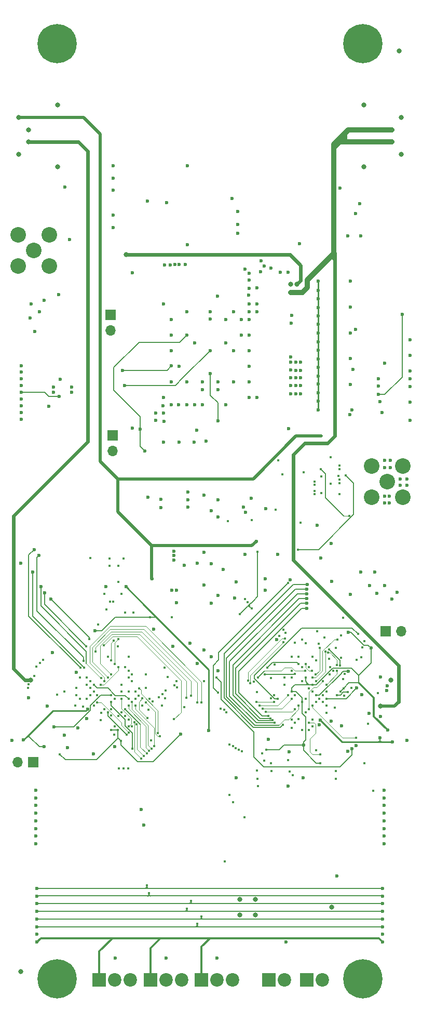
<source format=gbr>
%TF.GenerationSoftware,KiCad,Pcbnew,5.1.9-73d0e3b20d~88~ubuntu20.04.1*%
%TF.CreationDate,2021-04-18T22:57:39-05:00*%
%TF.ProjectId,FCB,4643422e-6b69-4636-9164-5f7063625858,rev?*%
%TF.SameCoordinates,Original*%
%TF.FileFunction,Copper,L3,Inr*%
%TF.FilePolarity,Positive*%
%FSLAX46Y46*%
G04 Gerber Fmt 4.6, Leading zero omitted, Abs format (unit mm)*
G04 Created by KiCad (PCBNEW 5.1.9-73d0e3b20d~88~ubuntu20.04.1) date 2021-04-18 22:57:39*
%MOMM*%
%LPD*%
G01*
G04 APERTURE LIST*
%TA.AperFunction,ComponentPad*%
%ADD10O,1.700000X1.700000*%
%TD*%
%TA.AperFunction,ComponentPad*%
%ADD11R,1.700000X1.700000*%
%TD*%
%TA.AperFunction,ComponentPad*%
%ADD12R,2.200000X2.200000*%
%TD*%
%TA.AperFunction,ComponentPad*%
%ADD13C,2.200000*%
%TD*%
%TA.AperFunction,ComponentPad*%
%ADD14C,2.540000*%
%TD*%
%TA.AperFunction,ComponentPad*%
%ADD15C,0.800000*%
%TD*%
%TA.AperFunction,ComponentPad*%
%ADD16C,6.400000*%
%TD*%
%TA.AperFunction,ViaPad*%
%ADD17C,0.600000*%
%TD*%
%TA.AperFunction,ViaPad*%
%ADD18C,0.800000*%
%TD*%
%TA.AperFunction,ViaPad*%
%ADD19C,0.400000*%
%TD*%
%TA.AperFunction,Conductor*%
%ADD20C,0.250000*%
%TD*%
%TA.AperFunction,Conductor*%
%ADD21C,0.150000*%
%TD*%
%TA.AperFunction,Conductor*%
%ADD22C,0.200000*%
%TD*%
%TA.AperFunction,Conductor*%
%ADD23C,0.600000*%
%TD*%
%TA.AperFunction,Conductor*%
%ADD24C,0.120000*%
%TD*%
%TA.AperFunction,Conductor*%
%ADD25C,0.500000*%
%TD*%
%TA.AperFunction,Conductor*%
%ADD26C,0.850000*%
%TD*%
%TA.AperFunction,Conductor*%
%ADD27C,0.300000*%
%TD*%
G04 APERTURE END LIST*
D10*
%TO.N,Net-(J6-Pad2)*%
%TO.C,J6*%
X188720000Y-116720000D03*
D11*
%TO.N,GND*%
X188720000Y-114180000D03*
%TD*%
D10*
%TO.N,Net-(J4-Pad2)*%
%TO.C,J4*%
X189030000Y-136380000D03*
D11*
%TO.N,Net-(J4-Pad1)*%
X189030000Y-133840000D03*
%TD*%
D10*
%TO.N,GND*%
%TO.C,J506*%
X173560000Y-187040000D03*
D11*
%TO.N,Net-(J506-Pad1)*%
X176100000Y-187040000D03*
%TD*%
D12*
%TO.N,Net-(D102-Pad1)*%
%TO.C,J111*%
X220670000Y-222570000D03*
D13*
%TO.N,GND*%
X223210000Y-222570000D03*
%TD*%
D12*
%TO.N,Net-(D102-Pad1)*%
%TO.C,J110*%
X214500000Y-222570000D03*
D13*
%TO.N,Net-(D101-Pad1)*%
X217040000Y-222570000D03*
%TD*%
D12*
%TO.N,/9V_PT_SUPPLY*%
%TO.C,J109*%
X203500000Y-222570000D03*
D13*
%TO.N,/PT3*%
X206040000Y-222570000D03*
%TO.N,GND*%
X208580000Y-222570000D03*
%TD*%
D12*
%TO.N,/9V_PT_SUPPLY*%
%TO.C,J108*%
X195200000Y-222570000D03*
D13*
%TO.N,/PT2*%
X197740000Y-222570000D03*
%TO.N,GND*%
X200280000Y-222570000D03*
%TD*%
D12*
%TO.N,/9V_PT_SUPPLY*%
%TO.C,J107*%
X186870000Y-222570000D03*
D13*
%TO.N,/PT1*%
X189410000Y-222570000D03*
%TO.N,GND*%
X191950000Y-222570000D03*
%TD*%
D14*
%TO.N,Net-(U106-Pad9)*%
%TO.C,X101*%
X176200000Y-103700000D03*
%TO.N,GND*%
X173660000Y-106240000D03*
X178740000Y-106240000D03*
X178740000Y-101160000D03*
X173660000Y-101160000D03*
%TD*%
D10*
%TO.N,GND*%
%TO.C,J306*%
X236130000Y-165750000D03*
D11*
%TO.N,Net-(J306-Pad1)*%
X233590000Y-165750000D03*
%TD*%
D14*
%TO.N,Net-(FB601-Pad1)*%
%TO.C,X601*%
X233800000Y-141360000D03*
%TO.N,GND*%
X231260000Y-138820000D03*
X231260000Y-143900000D03*
X236340000Y-143900000D03*
X236340000Y-138820000D03*
%TD*%
D15*
%TO.N,N/C*%
%TO.C,REF\u002A\u002A*%
X231547056Y-68302944D03*
X229850000Y-67600000D03*
X228152944Y-68302944D03*
X227450000Y-70000000D03*
X228152944Y-71697056D03*
X229850000Y-72400000D03*
X231547056Y-71697056D03*
X232250000Y-70000000D03*
D16*
X229850000Y-70000000D03*
%TD*%
D15*
%TO.N,N/C*%
%TO.C,REF\u002A\u002A*%
X181697056Y-68302944D03*
X180000000Y-67600000D03*
X178302944Y-68302944D03*
X177600000Y-70000000D03*
X178302944Y-71697056D03*
X180000000Y-72400000D03*
X181697056Y-71697056D03*
X182400000Y-70000000D03*
D16*
X180000000Y-70000000D03*
%TD*%
D15*
%TO.N,N/C*%
%TO.C,REF\u002A\u002A*%
X181697056Y-220702944D03*
X180000000Y-220000000D03*
X178302944Y-220702944D03*
X177600000Y-222400000D03*
X178302944Y-224097056D03*
X180000000Y-224800000D03*
X181697056Y-224097056D03*
X182400000Y-222400000D03*
D16*
X180000000Y-222400000D03*
%TD*%
D15*
%TO.N,N/C*%
%TO.C,REF\u002A\u002A*%
X231547056Y-220652144D03*
X229850000Y-219949200D03*
X228152944Y-220652144D03*
X227450000Y-222349200D03*
X228152944Y-224046256D03*
X229850000Y-224749200D03*
X231547056Y-224046256D03*
X232250000Y-222349200D03*
D16*
X229850000Y-222349200D03*
%TD*%
D17*
%TO.N,/MPU/SYS_VDD2_3P3V*%
X207450000Y-114900000D03*
X206175000Y-111100000D03*
X218210000Y-114260000D03*
D18*
%TO.N,GND*%
X174050000Y-221175000D03*
X209800000Y-209450000D03*
D17*
X211300000Y-114900000D03*
X211300000Y-117450000D03*
X198600000Y-114900000D03*
X198600000Y-117450000D03*
X207450000Y-118725000D03*
X202375000Y-118725000D03*
X197300000Y-112375000D03*
X211275000Y-112375000D03*
X212550000Y-112375000D03*
X211275000Y-127625000D03*
X212550000Y-127625000D03*
X197300000Y-127600000D03*
X235900000Y-140900000D03*
X237000000Y-140900000D03*
X235900000Y-141900000D03*
X237000000Y-141900000D03*
D19*
X226000000Y-143350000D03*
D18*
X234400000Y-173700000D03*
D19*
X219930000Y-181790000D03*
X214840000Y-173310000D03*
X214840000Y-176690000D03*
X221620000Y-175570000D03*
X220500000Y-176700000D03*
X218230000Y-180090000D03*
X221620000Y-180090000D03*
X223890000Y-177830000D03*
X223320000Y-176130000D03*
X221620000Y-169910000D03*
X219930000Y-167110000D03*
X218230000Y-169910000D03*
D17*
X226410000Y-181100000D03*
X230820000Y-179090000D03*
D19*
X219920000Y-173860000D03*
X189360000Y-176700000D03*
X184840000Y-176700000D03*
X188230000Y-169920000D03*
X191620000Y-169920000D03*
X195010000Y-176700000D03*
X223050000Y-140500000D03*
X223100000Y-143250006D03*
X226020000Y-141050000D03*
X226020000Y-141630000D03*
D17*
X233400000Y-139100000D03*
X234300000Y-139100000D03*
X233400000Y-137900000D03*
X234300000Y-137900000D03*
X233400000Y-143700000D03*
X234200000Y-143700000D03*
X233400000Y-144800000D03*
X234200000Y-144800000D03*
X227400000Y-185300000D03*
D19*
X228000004Y-175000000D03*
D18*
X180100000Y-80000000D03*
X180100000Y-90000000D03*
X230000000Y-80000000D03*
X230000000Y-90000000D03*
D17*
X203650000Y-125075000D03*
X206200000Y-125075000D03*
X199850000Y-122525000D03*
X198600000Y-125075000D03*
X211300000Y-122525000D03*
X211275000Y-125100000D03*
X198600000Y-120000000D03*
X211300000Y-120000000D03*
X201125000Y-125075000D03*
X208750000Y-125100000D03*
X204925000Y-113650000D03*
X204925000Y-114875000D03*
X212550000Y-113650000D03*
X211275000Y-113650000D03*
X201125000Y-113675000D03*
X208725000Y-113650000D03*
X203650000Y-126350000D03*
X206200000Y-126350000D03*
X237550000Y-128400000D03*
X237550000Y-125850000D03*
X237550000Y-124600000D03*
X237550000Y-123300000D03*
X237550000Y-120800000D03*
X237550000Y-118250000D03*
X237550000Y-131350000D03*
X227750000Y-130450000D03*
X227800000Y-108700000D03*
X227850000Y-117100000D03*
X228650000Y-116550000D03*
X227800000Y-121300000D03*
X227800000Y-112900000D03*
X227800000Y-125500000D03*
X220100000Y-189600000D03*
X217800000Y-185350000D03*
X224720000Y-180410000D03*
X232690000Y-173200000D03*
X228760000Y-184400000D03*
X237050000Y-183540000D03*
D19*
X226620000Y-173480000D03*
D17*
X214420000Y-183340000D03*
D19*
X226800000Y-176220000D03*
X217090000Y-174450000D03*
X232325000Y-175785036D03*
D17*
X185930000Y-185730000D03*
X184761706Y-179960021D03*
D19*
X183130000Y-175000000D03*
X176220000Y-173050000D03*
D17*
X181190000Y-182680000D03*
D19*
X224450000Y-172740002D03*
X194450000Y-172729998D03*
D18*
X224800000Y-210700000D03*
D17*
X225600000Y-205600000D03*
D18*
X212340000Y-209450000D03*
X209800000Y-211990000D03*
X212340000Y-211990000D03*
D17*
X174150000Y-124600000D03*
X192250000Y-132650000D03*
X175550000Y-114650000D03*
X192250000Y-107300000D03*
X217650000Y-107250000D03*
X217700000Y-132750000D03*
X174100000Y-131150000D03*
D19*
X185399998Y-173870000D03*
X190490000Y-175570000D03*
D17*
X222700000Y-181000000D03*
X235470000Y-159390000D03*
D19*
X187167270Y-179030498D03*
X191620000Y-180100000D03*
D17*
X183090000Y-172380000D03*
D18*
X235800000Y-71200000D03*
D19*
X195275000Y-183500000D03*
X189920000Y-168210000D03*
X212580000Y-175630000D03*
X197600000Y-176650000D03*
X231500000Y-191725000D03*
D17*
X233300000Y-191625000D03*
X233300000Y-200375000D03*
X233075000Y-215100000D03*
X176675000Y-215100000D03*
X209175000Y-189625000D03*
X217625000Y-191000000D03*
D19*
X224600000Y-137400000D03*
X219650000Y-148000000D03*
X187650000Y-159650000D03*
X188550000Y-153850000D03*
D17*
X174045000Y-154605000D03*
D19*
X226600000Y-163550000D03*
X223600000Y-166750000D03*
X226300000Y-166450000D03*
D17*
X172600000Y-183500000D03*
X232700000Y-179600000D03*
X196900000Y-144250000D03*
X196900000Y-145550000D03*
X194800000Y-143900000D03*
D19*
X207800000Y-147800000D03*
D17*
X213999998Y-145750000D03*
X210600000Y-153200000D03*
X215950000Y-153200000D03*
X207100000Y-155650000D03*
X200700000Y-155000000D03*
X199450000Y-159050000D03*
X199405000Y-161095000D03*
X213950000Y-157200000D03*
X213950000Y-159050000D03*
D19*
X215600000Y-145950000D03*
X189250000Y-182600000D03*
X191050000Y-171600000D03*
X192750000Y-175550000D03*
D17*
X179250000Y-169200000D03*
X178350000Y-177950000D03*
X183380000Y-181490000D03*
X229700000Y-176100000D03*
X226140000Y-93470000D03*
X180210000Y-110860000D03*
X209420000Y-97350000D03*
X209440000Y-99450000D03*
X209450000Y-100850000D03*
X201200000Y-89899999D03*
X181970000Y-101910000D03*
X181270000Y-93330000D03*
D19*
X197640000Y-175380000D03*
D17*
X219530000Y-102610000D03*
X227370000Y-101320000D03*
X229510000Y-101320000D03*
X229330000Y-96040000D03*
X201200000Y-102750000D03*
X202720000Y-133000000D03*
X175280000Y-176560000D03*
X176480000Y-191620000D03*
X176520000Y-200370000D03*
D19*
X184223990Y-178029980D03*
X198650000Y-163460000D03*
X185420000Y-153830000D03*
D17*
X181685000Y-184715000D03*
D19*
X185980000Y-175570000D03*
D17*
X224679996Y-151430000D03*
X218030000Y-157340000D03*
D19*
X211690000Y-147610000D03*
D17*
X195680000Y-165380000D03*
D19*
X212070000Y-173930000D03*
D17*
X189400000Y-184530000D03*
%TO.N,/MPU/SYS_VOUT*%
X210000000Y-114900000D03*
X218200000Y-115550000D03*
%TO.N,/MPU/SYS_VDD1_3P3V*%
X232400000Y-127150000D03*
X222550000Y-110150000D03*
X222550000Y-108700000D03*
X222550000Y-111550000D03*
X222550000Y-112950000D03*
X222550000Y-114350000D03*
X222550000Y-115700000D03*
X222550000Y-117150000D03*
X222550000Y-118550000D03*
X222550000Y-119950000D03*
X222550000Y-121400000D03*
X222550000Y-122750000D03*
X222550000Y-124150000D03*
X222550000Y-125450000D03*
X222550000Y-126900000D03*
X222550000Y-128205011D03*
X222550000Y-129650000D03*
X210000000Y-117450000D03*
X201150000Y-117450000D03*
X193480000Y-132790000D03*
X194290000Y-136370000D03*
X236240000Y-114090000D03*
%TO.N,/MPU/SYS_VDD3_3P3V*%
X204950000Y-120000000D03*
X174150000Y-126750000D03*
X191000000Y-125700000D03*
X180300000Y-127500000D03*
%TO.N,/MPU/SYS_VDD_1P8V*%
X204950000Y-123750000D03*
X206180000Y-131430000D03*
%TO.N,/MPU/SYS_RTC_1P8V*%
X208750000Y-120000000D03*
D18*
%TO.N,/MPU/USB5V*%
X218100000Y-109200000D03*
X219050000Y-109200000D03*
X191250000Y-104350000D03*
D19*
%TO.N,/ZOE-M8Q/3V3*%
X227600000Y-146900002D03*
X223000000Y-139350000D03*
D17*
X222380000Y-148420000D03*
%TO.N,Net-(J4-Pad2)*%
X201130000Y-128830000D03*
%TO.N,Net-(J4-Pad1)*%
X199820000Y-128830000D03*
%TO.N,/MPU/JTAG_EMU1*%
X233400000Y-122050000D03*
%TO.N,/MPU/JTAG_EMU0*%
X228249998Y-123050000D03*
%TO.N,/MPU/JTAG_TCK*%
X232350000Y-124550000D03*
%TO.N,/MPU/JTAG_TDO*%
X232399980Y-125800000D03*
%TO.N,/MPU/JTAG_TDI*%
X232600000Y-128350000D03*
%TO.N,/MPU/JTAG_TRSTN*%
X233000000Y-130100000D03*
%TO.N,/MPU/JTAG_TMS*%
X228100000Y-129700000D03*
D19*
%TO.N,/MCU_AC/AD_B0_11*%
X221620000Y-173300000D03*
X225670000Y-167090000D03*
X221040000Y-178400000D03*
X223330000Y-173870000D03*
D17*
%TO.N,/ZOE-M8Q/VBATT*%
X223000000Y-153770000D03*
%TO.N,Net-(TP7-Pad1)*%
X198600000Y-128800000D03*
X197300000Y-134900000D03*
%TO.N,Net-(TP8-Pad1)*%
X202400000Y-128800000D03*
X199850000Y-134900000D03*
%TO.N,Net-(TP9-Pad1)*%
X203650000Y-128800000D03*
X202350000Y-134900000D03*
%TO.N,Net-(TP10-Pad1)*%
X207500000Y-128850000D03*
X204274998Y-134775000D03*
%TO.N,Net-(TP11-Pad1)*%
X198600000Y-122500000D03*
X190650000Y-123200000D03*
%TO.N,/MPU/USB0_DP*%
X177100000Y-113700000D03*
X175700002Y-112350000D03*
%TO.N,/MPU/USB0_ID*%
X177860000Y-111820000D03*
X176300000Y-116850000D03*
D19*
%TO.N,/MCU_AC/AD_B0_09*%
X226250000Y-170050000D03*
X224330000Y-170258841D03*
%TO.N,/MCU_AC/AD_B0_08*%
X230100000Y-167340000D03*
X222190000Y-170490002D03*
%TO.N,/MCU_AC/AD_B0_04*%
X221056371Y-171613629D03*
X225410000Y-168470000D03*
%TO.N,/MCU_AC/B0_13*%
X219920000Y-171599998D03*
X229720000Y-168380000D03*
%TO.N,/MCU_AC/POR_B*%
X222190000Y-177260000D03*
X228850000Y-170350000D03*
%TO.N,/MCU_AC/EMC_24*%
X214825000Y-187200000D03*
%TO.N,/MCU_AC/EMC_26*%
X214900000Y-188475000D03*
%TO.N,/MCU_AC/EMC_25*%
X215400000Y-176125000D03*
X225450000Y-189800000D03*
X212640000Y-189735000D03*
%TO.N,/MCU_AC/EMC_27*%
X212750001Y-191000001D03*
%TO.N,/MCU_AC/EMC_22*%
X230075000Y-187250000D03*
%TO.N,/MCU_AC/EMC_29*%
X212575000Y-188450000D03*
X213425000Y-185650000D03*
X225450000Y-188525000D03*
%TO.N,/MCU_AC/EMC_28*%
X213775000Y-186850000D03*
%TO.N,Net-(C305-Pad1)*%
X218790000Y-176130000D03*
X221050000Y-175010000D03*
D17*
%TO.N,Net-(C309-Pad1)*%
X234700000Y-183800000D03*
X232600000Y-183050000D03*
X222900000Y-180250000D03*
D19*
%TO.N,Net-(C313-Pad1)*%
X223880772Y-175560772D03*
X226896000Y-172696000D03*
%TO.N,Net-(C314-Pad1)*%
X225280000Y-178190002D03*
%TO.N,Net-(C316-Pad1)*%
X223880000Y-178990000D03*
%TO.N,Net-(C317-Pad1)*%
X222190000Y-176140000D03*
D17*
X227440000Y-172220000D03*
%TO.N,Net-(C318-Pad1)*%
X228860000Y-174940000D03*
D19*
X223880000Y-176700000D03*
%TO.N,Net-(C319-Pad1)*%
X218790000Y-180650000D03*
%TO.N,Net-(J301-Pad2)*%
X223320000Y-177260000D03*
D17*
X233700000Y-175400000D03*
D19*
%TO.N,Net-(J301-Pad3)*%
X222750000Y-176700000D03*
D17*
X233800000Y-174600000D03*
D19*
%TO.N,Net-(J302-Pad1)*%
X214440002Y-179540000D03*
D17*
X220720000Y-162000002D03*
D19*
%TO.N,Net-(J302-Pad2)*%
X215490000Y-180650000D03*
D17*
X220710000Y-159660000D03*
%TO.N,Net-(J302-Pad3)*%
X220710000Y-158880000D03*
X229490000Y-156110000D03*
X231825000Y-156110000D03*
D19*
X219350000Y-177830002D03*
%TO.N,Net-(J302-Pad5)*%
X214768491Y-179920282D03*
D17*
X220720000Y-161180000D03*
X233420000Y-158290000D03*
X230950000Y-158300000D03*
D19*
%TO.N,Net-(J302-Pad7)*%
X215131955Y-180248924D03*
D17*
X220710000Y-160440000D03*
X227800000Y-159750000D03*
X234570000Y-160490000D03*
D19*
%TO.N,Net-(J302-Pad8)*%
X216790000Y-181000000D03*
D17*
X220750000Y-158090000D03*
X224760000Y-157590000D03*
X232110000Y-159520000D03*
D19*
%TO.N,Net-(J306-Pad1)*%
X229600000Y-170000000D03*
%TO.N,Net-(L301-Pad2)*%
X218270000Y-181500000D03*
%TO.N,Net-(R307-Pad2)*%
X230706000Y-180824000D03*
X221625000Y-177825000D03*
X228775000Y-183050000D03*
%TO.N,Net-(U301-PadP4)*%
X218450000Y-189170000D03*
X221630000Y-181240000D03*
%TO.N,Net-(U301-PadN4)*%
X222920000Y-185820000D03*
X221050000Y-180675000D03*
%TO.N,Net-(U301-PadL4)*%
X220500000Y-178960000D03*
X222190000Y-185130000D03*
%TO.N,Net-(U301-PadP3)*%
X217890000Y-188600000D03*
X221060000Y-181800000D03*
%TO.N,Net-(U301-PadL3)*%
X219360000Y-180080000D03*
X217650000Y-186700000D03*
%TO.N,Net-(C505-Pad1)*%
X190490000Y-174430000D03*
D17*
%TO.N,Net-(C509-Pad1)*%
X174510000Y-183460000D03*
X184937917Y-178399581D03*
X177850000Y-184560000D03*
D19*
%TO.N,Net-(C513-Pad1)*%
X188790000Y-179460000D03*
%TO.N,Net-(C514-Pad1)*%
X187120000Y-180249990D03*
%TO.N,Net-(C516-Pad1)*%
X185950000Y-177820000D03*
X182954000Y-177850000D03*
%TO.N,Net-(C517-Pad1)*%
X188800000Y-177260000D03*
X192229990Y-184870000D03*
%TO.N,Net-(C518-Pad1)*%
X188230000Y-178970000D03*
X191300000Y-182610000D03*
%TO.N,Net-(C519-Pad1)*%
X184830000Y-173300000D03*
%TO.N,Net-(D602-Pad2)*%
X225900000Y-140400000D03*
X226000000Y-138750000D03*
%TO.N,Net-(J501-Pad2)*%
X186530000Y-176130000D03*
X175280000Y-174350000D03*
%TO.N,Net-(J501-Pad3)*%
X187660000Y-178410000D03*
X175260000Y-175000000D03*
D17*
%TO.N,Net-(J502-Pad8)*%
X176250000Y-152425000D03*
D19*
X183785787Y-171689213D03*
%TO.N,Net-(J502-Pad7)*%
X184275000Y-170550000D03*
D17*
X177050000Y-153375000D03*
D19*
%TO.N,Net-(J502-Pad5)*%
X184358748Y-171691252D03*
D17*
X175975000Y-156060000D03*
%TO.N,Net-(J502-Pad3)*%
X177350000Y-158450000D03*
D19*
X187162550Y-173320367D03*
D17*
%TO.N,Net-(J502-Pad2)*%
X177900000Y-159475000D03*
D19*
X184730002Y-168170000D03*
%TO.N,Net-(J502-Pad1)*%
X185190000Y-167000000D03*
D17*
X178925000Y-160450000D03*
D19*
%TO.N,Net-(JP602-Pad2)*%
X224600000Y-141700000D03*
%TO.N,Net-(JP605-Pad2)*%
X221950000Y-141850000D03*
%TO.N,Net-(JP606-Pad2)*%
X221950000Y-141325000D03*
%TO.N,Net-(L501-Pad2)*%
X183700000Y-173300000D03*
D17*
%TO.N,Net-(R205-Pad2)*%
X219700000Y-127000000D03*
%TO.N,Net-(R206-Pad2)*%
X218900000Y-127000000D03*
%TO.N,Net-(R207-Pad2)*%
X218100000Y-127000000D03*
%TO.N,Net-(R208-Pad2)*%
X219700000Y-125700000D03*
%TO.N,Net-(R209-Pad2)*%
X218900000Y-125700000D03*
%TO.N,Net-(R210-Pad2)*%
X218100000Y-125700000D03*
%TO.N,Net-(R211-Pad2)*%
X219700000Y-124400000D03*
%TO.N,Net-(R212-Pad2)*%
X218900000Y-124400000D03*
%TO.N,Net-(R213-Pad2)*%
X218100000Y-124400000D03*
%TO.N,Net-(R214-Pad2)*%
X219700001Y-123200001D03*
%TO.N,Net-(R215-Pad2)*%
X218900004Y-123200000D03*
%TO.N,Net-(R216-Pad2)*%
X218100000Y-123175000D03*
%TO.N,Net-(R217-Pad2)*%
X219700000Y-121900000D03*
%TO.N,Net-(R218-Pad2)*%
X218900000Y-121900000D03*
%TO.N,Net-(R219-Pad2)*%
X218100000Y-121900000D03*
%TO.N,Net-(R220-Pad2)*%
X218100000Y-120999998D03*
D19*
%TO.N,/MCU_HYBRID/AD_B0_11*%
X185970000Y-174440000D03*
X191619371Y-176762747D03*
X197050000Y-177875000D03*
X200675000Y-178125000D03*
%TO.N,Net-(R507-Pad2)*%
X188790000Y-176130000D03*
D17*
X179430000Y-181330000D03*
D19*
%TO.N,/MCU_HYBRID/AD_B0_10*%
X194840000Y-178510000D03*
X193881571Y-177828427D03*
%TO.N,/MCU_HYBRID/AD_B0_08*%
X194483140Y-177308165D03*
X196740000Y-182840000D03*
%TO.N,/MCU_HYBRID/AD_B0_07*%
X194740000Y-179910000D03*
X193890000Y-176690000D03*
%TO.N,/MCU_HYBRID/AD_B0_04*%
X193299565Y-176197426D03*
X195579974Y-177197064D03*
%TO.N,/MCU_HYBRID/B0_13*%
X196440000Y-182330000D03*
X193389810Y-175070698D03*
%TO.N,/MCU_HYBRID/POR_B*%
X186464308Y-177292655D03*
X191620000Y-182220000D03*
%TO.N,Net-(U501-PadP4)*%
X183700000Y-176700000D03*
X176580000Y-171490000D03*
%TO.N,Net-(U501-PadN4)*%
X185400000Y-176130000D03*
X179977505Y-176022495D03*
%TO.N,Net-(U501-PadL4)*%
X185400000Y-175000000D03*
X181160000Y-175570000D03*
%TO.N,Net-(U501-PadP3)*%
X177150000Y-170930000D03*
X183140000Y-176130000D03*
%TO.N,Net-(U501-PadL3)*%
X177720000Y-170360000D03*
X184830000Y-174430000D03*
%TO.N,/MCU_HYBRID/EMC_24*%
X189360000Y-171049998D03*
X189930000Y-167040000D03*
X189930000Y-157670000D03*
%TO.N,/MCU_HYBRID/EMC_26*%
X191100000Y-162690000D03*
%TO.N,/MCU_HYBRID/EMC_25*%
X188790000Y-170480000D03*
X189170000Y-167280000D03*
X189950000Y-155100000D03*
X189150000Y-160900000D03*
%TO.N,/MCU_HYBRID/EMC_27*%
X190850000Y-153850000D03*
X190500000Y-159650000D03*
%TO.N,/MCU_HYBRID/EMC_22*%
X186650002Y-164600000D03*
%TO.N,/MCU_HYBRID/EMC_29*%
X188000000Y-162150000D03*
%TO.N,/MCU_HYBRID/EMC_28*%
X188600006Y-160900000D03*
X188500010Y-155100000D03*
%TO.N,Net-(U601-PadP$J7)*%
X221950000Y-142850000D03*
%TO.N,Net-(U601-PadP$J8)*%
X221950000Y-143400000D03*
D18*
%TO.N,/3V3*%
X173750000Y-88000000D03*
X173750000Y-82000000D03*
X236100000Y-82000000D03*
X236100000Y-88000000D03*
D17*
X193450000Y-140900000D03*
X195450000Y-157200000D03*
X208550000Y-151800000D03*
X212450000Y-151100000D03*
D19*
X223050000Y-133900000D03*
D18*
%TO.N,/5V*%
X218100000Y-110500000D03*
X219050000Y-110500000D03*
X175300000Y-84000000D03*
X175300000Y-86000000D03*
X232700000Y-177900000D03*
X234550000Y-86000000D03*
X234550000Y-84000000D03*
X175625000Y-173725000D03*
D17*
%TO.N,/MPU_SPI0_SCK*%
X197410000Y-131550000D03*
X194740000Y-95590000D03*
X197850000Y-95890000D03*
%TO.N,/MPU_SPI0_MISO*%
X197320000Y-130130000D03*
%TO.N,/TLM_CS*%
X196020000Y-131360000D03*
%TO.N,/MPU_SPI0_MOSI*%
X196030000Y-130150000D03*
%TO.N,/TLM_DIO2*%
X189100000Y-89890000D03*
X211270000Y-107400000D03*
X200920000Y-105970000D03*
%TO.N,/TLM_DIO1*%
X189110000Y-91890000D03*
X211290000Y-108460000D03*
X199910001Y-105969999D03*
%TO.N,/TLM_DIO0*%
X212590000Y-109790000D03*
X189110000Y-93889999D03*
X199180000Y-105990000D03*
%TO.N,/TLM_DIO4*%
X211290000Y-109810000D03*
X189120000Y-97900000D03*
X198389998Y-106020000D03*
%TO.N,/TLM_DIO3*%
X211250000Y-110940000D03*
X197540000Y-106020000D03*
X189130000Y-99910000D03*
%TO.N,/TLM_DIO5*%
X210660000Y-106730000D03*
%TO.N,/TLM_RST*%
X213180000Y-107164000D03*
D19*
%TO.N,/LSM9_CS_AG*%
X217100000Y-173300000D03*
X191620000Y-172170000D03*
X210590000Y-160500002D03*
X215428101Y-171178103D03*
D17*
X215760000Y-167080000D03*
%TO.N,/SNS_SPI_MISO*%
X205100000Y-146050000D03*
D19*
X191625000Y-173300000D03*
X218230000Y-173300000D03*
D17*
X210330000Y-145530000D03*
X201334990Y-145525000D03*
X205100000Y-154730000D03*
X199050008Y-153360000D03*
X205100000Y-169910000D03*
X208890000Y-160290000D03*
X205100000Y-161200000D03*
D19*
X216700000Y-140150000D03*
%TO.N,/SNS_SPI_MOSI*%
X192200000Y-173875000D03*
D17*
X210670000Y-146350000D03*
X206250000Y-147080000D03*
X201315015Y-144275015D03*
X206250000Y-159850000D03*
X206250000Y-172150002D03*
D19*
X213800000Y-172740000D03*
D17*
X198650000Y-159050006D03*
X206250000Y-144275002D03*
D19*
X216050000Y-137900000D03*
X218759271Y-172660379D03*
D17*
%TO.N,/SNS_SPI_SCK*%
X203975006Y-143550006D03*
D19*
X192190000Y-172730000D03*
X218230000Y-172170000D03*
D17*
X201320000Y-143019998D03*
X203970000Y-152839998D03*
X199050000Y-152670000D03*
X203970000Y-168770000D03*
X203970000Y-158190000D03*
X209160001Y-157670000D03*
X211649990Y-144075000D03*
D19*
X226000000Y-139350000D03*
X220200000Y-139850000D03*
D17*
%TO.N,/MS5611_CS*%
X201670000Y-167650000D03*
X198870000Y-168210000D03*
D19*
X219360000Y-169910000D03*
%TO.N,/KX122_CS*%
X191060000Y-179520000D03*
X224307024Y-168672249D03*
X226129058Y-171320566D03*
X207599998Y-178925000D03*
%TO.N,/LSM9_CS_M*%
X211020000Y-161000000D03*
X190490000Y-178960000D03*
X207200000Y-178500000D03*
X218770000Y-167590000D03*
D17*
%TO.N,/MPU/MMC0_DAT1*%
X174150000Y-122450000D03*
%TO.N,/MPU/MMC0_DAT0*%
X174150000Y-123500000D03*
%TO.N,/MPU/MMC0_CLK*%
X174150000Y-125700000D03*
X179400000Y-125900000D03*
X182349996Y-125900000D03*
%TO.N,/MPU/MMC0_CMD*%
X174150000Y-127900000D03*
X179350000Y-126800000D03*
X182349998Y-126800002D03*
%TO.N,/MPU/MMC0_DAT3*%
X174150000Y-129000000D03*
%TO.N,/MPU/MMC0_DAT2*%
X174150000Y-130100000D03*
X180500000Y-124650000D03*
X178650000Y-129100000D03*
%TO.N,/MPU9250_CS*%
X202825000Y-154599992D03*
D19*
X194450000Y-175000000D03*
D17*
X199049998Y-154140000D03*
D19*
X219360000Y-171040000D03*
D17*
X202820000Y-171020000D03*
D19*
X214240000Y-171619998D03*
X197459998Y-171690000D03*
X197980000Y-173180000D03*
%TO.N,/MCU_AC__UART1_TX*%
X225590000Y-176130000D03*
X227360000Y-175670000D03*
D17*
X228090000Y-184880000D03*
D19*
X206000000Y-173270000D03*
%TO.N,/B2B_I2C_SDA*%
X191060000Y-178390000D03*
X194600000Y-185625000D03*
X223875000Y-174425000D03*
X225625000Y-172150000D03*
D17*
X233075000Y-207625000D03*
X176680000Y-207630000D03*
D19*
X194600000Y-207170000D03*
X224210006Y-169230000D03*
X225610000Y-171250002D03*
X209585197Y-185014805D03*
%TO.N,/B2B_I2C_SCL*%
X195000000Y-208420000D03*
X191620000Y-177830000D03*
X195000000Y-185225000D03*
X222200000Y-173850000D03*
D17*
X233080000Y-208870000D03*
X176690000Y-208880000D03*
D19*
X223720000Y-169020000D03*
X209125000Y-184750010D03*
%TO.N,/MCU_AC_UART1_RX*%
X220470000Y-172170000D03*
X212720000Y-173300000D03*
X203969998Y-173860000D03*
%TO.N,/MCU_AC_SPI2_MOSI*%
X215960000Y-176700000D03*
X229040000Y-166170000D03*
%TO.N,/MCU_HYB_UART1_TX*%
X188800000Y-178400000D03*
X192390000Y-162660000D03*
%TO.N,/MCU_HYB_UART1_RX*%
X192750000Y-176700000D03*
X199410000Y-173830000D03*
%TO.N,/MCU_HYB_SPI2_MOSI*%
X199025000Y-180075000D03*
X187587500Y-168037500D03*
D17*
%TO.N,/B2B_GPIO1*%
X176520000Y-199120000D03*
X233290000Y-199120000D03*
%TO.N,/B2B_SPI_CS2*%
X194150000Y-197310000D03*
X176520000Y-197870000D03*
X233295000Y-197875000D03*
D19*
X194150000Y-186060000D03*
X192936580Y-180896100D03*
%TO.N,/B2B_SPI_CS1*%
X210525000Y-196060000D03*
D17*
X176520000Y-196620000D03*
X233290000Y-196620000D03*
D19*
X224470000Y-171580000D03*
X217250000Y-165960000D03*
D17*
%TO.N,/B2B_SPI_SCK*%
X193700000Y-194810000D03*
X176505000Y-195375000D03*
X233280000Y-195370000D03*
D19*
X193700000Y-186480000D03*
X225020000Y-172160000D03*
X216930000Y-165520000D03*
X210125000Y-185300000D03*
X192580000Y-180560000D03*
%TO.N,/B2B_SPI_MISO*%
X208650000Y-193560000D03*
D17*
X176515000Y-194125000D03*
X233290000Y-194120000D03*
D19*
X192190000Y-177260000D03*
X195380000Y-184850000D03*
X208650000Y-184450000D03*
X222781137Y-168423873D03*
X222180000Y-172740000D03*
D17*
%TO.N,/B2B_SPI_MOSI*%
X176495000Y-192875000D03*
X233285000Y-192875000D03*
D19*
X192760000Y-177820000D03*
X195795846Y-184445363D03*
X220500000Y-171050000D03*
X222675000Y-167750000D03*
X208125000Y-192400000D03*
X208124996Y-184149996D03*
X221546380Y-172169836D03*
D17*
%TO.N,/9V_PT_SUPPLY*%
X176700000Y-216380000D03*
X233070000Y-216370000D03*
D19*
%TO.N,/B2B_SERVO4*%
X202820000Y-213440000D03*
D17*
X233070000Y-213870000D03*
X176700000Y-213880000D03*
D19*
X188240000Y-173300000D03*
X218790000Y-178390000D03*
X202820000Y-177300000D03*
X214050000Y-178825000D03*
%TO.N,/B2B_SERVO3*%
X203510000Y-212180000D03*
D17*
X233070000Y-212630000D03*
X176700000Y-212620000D03*
D19*
X187650000Y-173870000D03*
X218240772Y-176700772D03*
X203510011Y-177299854D03*
X213541515Y-178320493D03*
%TO.N,/B2B_SERVO2*%
X201120000Y-210940000D03*
D17*
X233070000Y-211380000D03*
X176700000Y-211370000D03*
D19*
X188790000Y-172740000D03*
X217670000Y-176130000D03*
X201075000Y-176574996D03*
X213012004Y-177837013D03*
%TO.N,/B2B_SERVO1*%
X201790000Y-209670000D03*
D17*
X233070000Y-210120000D03*
X176690000Y-210120000D03*
D19*
X215400000Y-177260000D03*
X186230000Y-169020000D03*
X201790002Y-176250000D03*
X212500000Y-177275000D03*
D17*
%TO.N,Net-(D101-Pad1)*%
X217300000Y-216350000D03*
D19*
%TO.N,/SLND_TRIG*%
X197120000Y-175990000D03*
X206210000Y-175750000D03*
X207350000Y-203210000D03*
X220510000Y-167660000D03*
X222370000Y-165770000D03*
X217660000Y-157850000D03*
D17*
%TO.N,/MCU_AC/3V3_MCU*%
X220150000Y-184250000D03*
X233890000Y-181820000D03*
D19*
X220490000Y-173300000D03*
X218230000Y-175560000D03*
X219920000Y-177270000D03*
X226710000Y-175020000D03*
X226160000Y-175570000D03*
X221630002Y-174440000D03*
D17*
X227500000Y-165900000D03*
X231198206Y-168448206D03*
D19*
X214075000Y-185025000D03*
X222925000Y-187250000D03*
D17*
%TO.N,/LCD_CS*%
X197270000Y-129000000D03*
%TO.N,/LCD_DC*%
X208544500Y-95226000D03*
D19*
%TO.N,/ZOE_CS*%
X196530000Y-176520000D03*
X206680000Y-178320000D03*
X209800000Y-162970000D03*
X227060000Y-140350000D03*
X219230000Y-152400000D03*
X212673201Y-152753201D03*
X216180000Y-166480000D03*
X211700000Y-162000000D03*
%TO.N,/PT1*%
X189360000Y-181230000D03*
X190054999Y-188065001D03*
D17*
X189430000Y-219000000D03*
D19*
%TO.N,/PT2*%
X189930000Y-179520000D03*
X190820000Y-188080000D03*
D17*
X197740000Y-218970000D03*
D19*
%TO.N,/PT3*%
X192200000Y-181260000D03*
X191610000Y-188070000D03*
D17*
X206020000Y-218980000D03*
D19*
%TO.N,/INTER_MCU_UART_TX*%
X217130000Y-166910000D03*
X211119990Y-173793555D03*
X199100000Y-174500000D03*
%TO.N,/INTER_MCU_UART_RX*%
X216910000Y-167530000D03*
X211500000Y-174210000D03*
X199530000Y-174880000D03*
%TO.N,/MCU_HYBRID/3V3_MCU*%
X189920000Y-181790000D03*
X188800000Y-181790000D03*
X189930000Y-171600000D03*
X187100000Y-174430000D03*
X191620000Y-175560000D03*
X190490000Y-176710000D03*
X190390000Y-183600000D03*
X191648094Y-181211906D03*
D17*
X200160000Y-182460000D03*
X191200000Y-158490000D03*
X187950000Y-158490000D03*
X186150000Y-165660000D03*
X204690000Y-181890000D03*
D19*
X195120000Y-163470000D03*
X180430001Y-185760001D03*
D17*
%TO.N,Net-(R501-Pad2)*%
X213290000Y-105340000D03*
%TO.N,Net-(SW501-Pad2)*%
X213790000Y-106180000D03*
X228690000Y-97650000D03*
%TO.N,Net-(TP18-Pad1)*%
X216410000Y-107250000D03*
X214880000Y-106590000D03*
%TD*%
D20*
%TO.N,/MPU/SYS_VDD1_3P3V*%
X222550000Y-108700000D02*
X222550000Y-129650000D01*
D21*
X194290000Y-136370000D02*
X193480000Y-135560000D01*
X193480000Y-135560000D02*
X193480000Y-132790000D01*
X199950000Y-118650000D02*
X201150000Y-117450000D01*
X189220000Y-122760000D02*
X193330000Y-118650000D01*
X189220000Y-126471798D02*
X189220000Y-122760000D01*
X193480000Y-130731798D02*
X189220000Y-126471798D01*
X193330000Y-118650000D02*
X199950000Y-118650000D01*
X193480000Y-132790000D02*
X193480000Y-130731798D01*
D22*
X236240000Y-114090000D02*
X236240000Y-124330000D01*
X233420000Y-127150000D02*
X232400000Y-127150000D01*
X236240000Y-124330000D02*
X233420000Y-127150000D01*
%TO.N,/MPU/SYS_VDD3_3P3V*%
X204950000Y-120000000D02*
X200500000Y-124450000D01*
X200500000Y-124450000D02*
X199250000Y-125700000D01*
X199250000Y-125700000D02*
X191000000Y-125700000D01*
X174150000Y-126750000D02*
X177900000Y-126750000D01*
X178650000Y-127500000D02*
X180300000Y-127500000D01*
X177900000Y-126750000D02*
X178650000Y-127500000D01*
%TO.N,/MPU/SYS_VDD_1P8V*%
X206180000Y-131430000D02*
X206180000Y-128490000D01*
X204950000Y-127260000D02*
X204950000Y-123750000D01*
X206180000Y-128490000D02*
X204950000Y-127260000D01*
D23*
%TO.N,/MPU/USB5V*%
X219050000Y-109200000D02*
X219700000Y-108550000D01*
X191250000Y-104350000D02*
X217950000Y-104350000D01*
X219700000Y-106100000D02*
X219700000Y-108550000D01*
X217950000Y-104350000D02*
X219700000Y-106100000D01*
D24*
%TO.N,/ZOE-M8Q/3V3*%
X226670002Y-146900002D02*
X227600000Y-146900002D01*
D21*
X223750000Y-143980000D02*
X226670002Y-146900002D01*
X223750000Y-140100000D02*
X223750000Y-143980000D01*
X223000000Y-139350000D02*
X223750000Y-140100000D01*
D24*
%TO.N,/MCU_AC/AD_B0_11*%
X223250000Y-168987158D02*
X225147158Y-167090000D01*
X223250000Y-172188002D02*
X223250000Y-168987158D01*
X222138002Y-173300000D02*
X223250000Y-172188002D01*
X221620000Y-173300000D02*
X222138002Y-173300000D01*
X225147158Y-167090000D02*
X225670000Y-167090000D01*
X221040000Y-175631998D02*
X221801998Y-174870000D01*
X221040000Y-178400000D02*
X221040000Y-175631998D01*
X222330000Y-174870000D02*
X223330000Y-173870000D01*
X221801998Y-174870000D02*
X222330000Y-174870000D01*
D21*
%TO.N,Net-(TP11-Pad1)*%
X197900000Y-123200000D02*
X190650000Y-123200000D01*
X198600000Y-122500000D02*
X197900000Y-123200000D01*
%TO.N,Net-(C309-Pad1)*%
X232600000Y-183750000D02*
X232650000Y-183800000D01*
X232590000Y-183560000D02*
X232350000Y-183800000D01*
X232600000Y-183560000D02*
X232590000Y-183560000D01*
D20*
X232350000Y-183800000D02*
X232650000Y-183800000D01*
D22*
X232600000Y-183050000D02*
X232600000Y-183560000D01*
D21*
X232600000Y-183560000D02*
X232600000Y-183750000D01*
X232600000Y-183560000D02*
X232610000Y-183560000D01*
D20*
X232850000Y-183800000D02*
X234700000Y-183800000D01*
D21*
X232610000Y-183560000D02*
X232850000Y-183800000D01*
D20*
X232650000Y-183800000D02*
X232850000Y-183800000D01*
X232350000Y-183800000D02*
X226450000Y-183800000D01*
X226450000Y-183800000D02*
X223199999Y-180549999D01*
X223199999Y-180549999D02*
X222900000Y-180250000D01*
D22*
%TO.N,Net-(C317-Pad1)*%
X222190000Y-176140000D02*
X222750000Y-176140000D01*
X222750000Y-176140000D02*
X226250000Y-172640000D01*
X226250000Y-172640000D02*
X226430000Y-172460000D01*
X226670000Y-172220000D02*
X227440000Y-172220000D01*
X226430000Y-172460000D02*
X226670000Y-172220000D01*
%TO.N,Net-(C318-Pad1)*%
X227100000Y-176700000D02*
X223880000Y-176700000D01*
X228860000Y-174940000D02*
X227100000Y-176700000D01*
X223880000Y-176700000D02*
X223880000Y-176700000D01*
D21*
%TO.N,Net-(J302-Pad1)*%
X219819998Y-162000002D02*
X220720000Y-162000002D01*
X209600000Y-172220000D02*
X219819998Y-162000002D01*
X209600000Y-175750000D02*
X209600000Y-172220000D01*
X213390000Y-179540000D02*
X209600000Y-175750000D01*
X214440002Y-179540000D02*
X213390000Y-179540000D01*
%TO.N,Net-(J302-Pad2)*%
X219140000Y-159660000D02*
X220710000Y-159660000D01*
X208125000Y-170675000D02*
X219140000Y-159660000D01*
X208125000Y-176300000D02*
X208125000Y-170675000D01*
X212475000Y-180650000D02*
X208125000Y-176300000D01*
X215490000Y-180650000D02*
X212475000Y-180650000D01*
D24*
%TO.N,Net-(J302-Pad3)*%
X217090000Y-180090000D02*
X216230000Y-180950000D01*
X217711998Y-180090000D02*
X217090000Y-180090000D01*
X219350000Y-178451998D02*
X217711998Y-180090000D01*
X219350000Y-177830002D02*
X219350000Y-178451998D01*
D21*
X218830000Y-158880000D02*
X220710000Y-158880000D01*
X207600000Y-170110000D02*
X218830000Y-158880000D01*
X207600000Y-176425000D02*
X207600000Y-170110000D01*
X212190001Y-181015001D02*
X207600000Y-176425000D01*
X216164999Y-181015001D02*
X212190001Y-181015001D01*
X216230000Y-180950000D02*
X216164999Y-181015001D01*
%TO.N,Net-(J302-Pad5)*%
X219670000Y-161180000D02*
X220720000Y-161180000D01*
X209125000Y-175925000D02*
X209125000Y-171725000D01*
X213120282Y-179920282D02*
X209125000Y-175925000D01*
X209125000Y-171725000D02*
X219670000Y-161180000D01*
X214768491Y-179920282D02*
X213120282Y-179920282D01*
%TO.N,Net-(J302-Pad7)*%
X208650000Y-176150000D02*
X208650000Y-171220000D01*
X212785283Y-180285283D02*
X208650000Y-176150000D01*
X214943692Y-180285283D02*
X212785283Y-180285283D01*
X208650000Y-171220000D02*
X219430000Y-160440000D01*
X214980051Y-180248924D02*
X214943692Y-180285283D01*
X219430000Y-160440000D02*
X220710000Y-160440000D01*
X215131955Y-180248924D02*
X214980051Y-180248924D01*
%TO.N,Net-(J302-Pad8)*%
X218470000Y-158090000D02*
X220750000Y-158090000D01*
X207200000Y-169360000D02*
X218470000Y-158090000D01*
X207200000Y-176600000D02*
X207200000Y-169360000D01*
X212000000Y-181400000D02*
X207200000Y-176600000D01*
X216390000Y-181400000D02*
X212000000Y-181400000D01*
X216790000Y-181000000D02*
X216390000Y-181400000D01*
D24*
%TO.N,Net-(R307-Pad2)*%
X221625000Y-177825000D02*
X221625000Y-178150000D01*
X226525000Y-183050000D02*
X226475000Y-183000000D01*
X228775000Y-183050000D02*
X226525000Y-183050000D01*
X221625000Y-178150000D02*
X226475000Y-183000000D01*
%TO.N,Net-(U301-PadN4)*%
X222920000Y-185820000D02*
X221770000Y-185820000D01*
X221770000Y-185820000D02*
X221595000Y-185820000D01*
X221595000Y-185820000D02*
X221175000Y-185400000D01*
X221175000Y-185400000D02*
X221175000Y-183275000D01*
X221175000Y-183275000D02*
X222125000Y-182325000D01*
X222125000Y-182325000D02*
X222125000Y-180925000D01*
X221875000Y-180675000D02*
X221050000Y-180675000D01*
X222125000Y-180925000D02*
X221875000Y-180675000D01*
D22*
%TO.N,Net-(C509-Pad1)*%
X177850000Y-184560000D02*
X177850000Y-184560000D01*
X175365000Y-182865000D02*
X175405000Y-182905000D01*
X175365000Y-182605000D02*
X175365000Y-182865000D01*
X175405000Y-182905000D02*
X175235000Y-182735000D01*
X177060000Y-184560000D02*
X175405000Y-182905000D01*
D20*
X175235000Y-182735000D02*
X175365000Y-182605000D01*
D22*
X175400000Y-182900000D02*
X175405000Y-182905000D01*
X175070000Y-182900000D02*
X175400000Y-182900000D01*
D20*
X174510000Y-183460000D02*
X175070000Y-182900000D01*
X175070000Y-182900000D02*
X175235000Y-182735000D01*
X179270420Y-178699580D02*
X184637918Y-178699580D01*
X175365000Y-182605000D02*
X179270420Y-178699580D01*
X184637918Y-178699580D02*
X184937917Y-178399581D01*
D22*
X177850000Y-184560000D02*
X177060000Y-184560000D01*
D21*
%TO.N,Net-(C517-Pad1)*%
X188800000Y-177260000D02*
X188800000Y-177870000D01*
X188800000Y-177870000D02*
X191030000Y-180100000D01*
X191030000Y-180100000D02*
X191030000Y-181110000D01*
X191030000Y-181110000D02*
X192229990Y-182309990D01*
X192229990Y-182309990D02*
X192229990Y-184870000D01*
%TO.N,Net-(C518-Pad1)*%
X188230000Y-178970000D02*
X188230000Y-179540000D01*
X188230000Y-179540000D02*
X190710000Y-182020000D01*
X190710000Y-182020000D02*
X191300000Y-182610000D01*
%TO.N,Net-(J502-Pad8)*%
X175350000Y-163253426D02*
X183785787Y-171689213D01*
X175350000Y-153325000D02*
X175350000Y-163253426D01*
X176250000Y-152425000D02*
X175350000Y-153325000D01*
%TO.N,Net-(J502-Pad7)*%
X184275000Y-170550000D02*
X184275000Y-170000000D01*
X184275000Y-170000000D02*
X176700000Y-162425000D01*
X176700000Y-162425000D02*
X176700000Y-153725000D01*
X176700000Y-153725000D02*
X177050000Y-153375000D01*
%TO.N,Net-(J502-Pad5)*%
X184358748Y-171691252D02*
X175975000Y-163307504D01*
X175975000Y-163307504D02*
X175975000Y-156060000D01*
%TO.N,Net-(J502-Pad3)*%
X177350000Y-161625000D02*
X177350000Y-158450000D01*
X184725000Y-169000000D02*
X177350000Y-161625000D01*
X184725000Y-170950000D02*
X184725000Y-169000000D01*
D24*
X184725000Y-170945000D02*
X187100367Y-173320367D01*
X187100367Y-173320367D02*
X187162550Y-173320367D01*
D21*
%TO.N,Net-(J502-Pad2)*%
X177900000Y-159475000D02*
X177900000Y-161339998D01*
X177900000Y-161339998D02*
X184730002Y-168170000D01*
%TO.N,Net-(J502-Pad1)*%
X185190000Y-166715000D02*
X185190000Y-167000000D01*
X178925000Y-160450000D02*
X185190000Y-166715000D01*
%TO.N,/MCU_HYBRID/AD_B0_11*%
X188240000Y-175000000D02*
X189480000Y-176240000D01*
X186530000Y-175000000D02*
X188240000Y-175000000D01*
X185970000Y-174440000D02*
X186530000Y-175000000D01*
X191096624Y-176240000D02*
X191619371Y-176762747D01*
X189480000Y-176240000D02*
X191096624Y-176240000D01*
%TO.N,Net-(R507-Pad2)*%
X185402919Y-177797283D02*
X185402919Y-178622783D01*
X187070202Y-176130000D02*
X185402919Y-177797283D01*
X188790000Y-176130000D02*
X187070202Y-176130000D01*
X182695702Y-181330000D02*
X179430000Y-181330000D01*
X185402919Y-178622783D02*
X182695702Y-181330000D01*
D24*
%TO.N,/MCU_HYBRID/AD_B0_08*%
X196431998Y-182840000D02*
X196740000Y-182840000D01*
X194483140Y-177308165D02*
X196010000Y-178835025D01*
X196010999Y-182200999D02*
X196010999Y-182419001D01*
X196010000Y-182200000D02*
X196010999Y-182200999D01*
X196010000Y-178835025D02*
X196010000Y-182200000D01*
X196010999Y-182419001D02*
X196431998Y-182840000D01*
%TO.N,/MCU_HYBRID/AD_B0_07*%
X193330000Y-177250000D02*
X193890000Y-176690000D01*
X193330000Y-178500000D02*
X193330000Y-177250000D01*
X194740000Y-179910000D02*
X193330000Y-178500000D01*
%TO.N,/MCU_HYBRID/B0_13*%
X193649566Y-175330454D02*
X193389810Y-175070698D01*
X193649566Y-175889566D02*
X193649566Y-175330454D01*
X196440000Y-178680000D02*
X193649566Y-175889566D01*
X196440000Y-182330000D02*
X196440000Y-178680000D01*
%TO.N,/MCU_HYBRID/POR_B*%
X190480000Y-181080000D02*
X191620000Y-182220000D01*
X190480000Y-180600000D02*
X190480000Y-181080000D01*
X187172655Y-177292655D02*
X190480000Y-180600000D01*
X186464308Y-177292655D02*
X187172655Y-177292655D01*
%TO.N,/MCU_HYBRID/EMC_24*%
X189360000Y-171049998D02*
X189360000Y-167610000D01*
X189360000Y-167610000D02*
X189930000Y-167040000D01*
%TO.N,/MCU_HYBRID/EMC_25*%
X188790000Y-167660000D02*
X189170000Y-167280000D01*
X188790000Y-170480000D02*
X188790000Y-167660000D01*
D25*
%TO.N,/3V3*%
X211750000Y-151800000D02*
X212450000Y-151100000D01*
X207650000Y-151800000D02*
X211750000Y-151800000D01*
X195400000Y-151800000D02*
X207650000Y-151800000D01*
X207650000Y-151800000D02*
X208550000Y-151800000D01*
X195400000Y-157150000D02*
X195450000Y-157200000D01*
X195400000Y-151800000D02*
X195400000Y-157150000D01*
X192550000Y-140900000D02*
X211950000Y-140900000D01*
X192550000Y-140900000D02*
X193450000Y-140900000D01*
X218950000Y-133900000D02*
X223050000Y-133900000D01*
X211950000Y-140900000D02*
X218950000Y-133900000D01*
X189890000Y-146290000D02*
X195400000Y-151800000D01*
X189890000Y-140880000D02*
X189890000Y-146290000D01*
X189880000Y-140870000D02*
X189890000Y-140880000D01*
X191750000Y-140900000D02*
X192550000Y-140900000D01*
X189890000Y-140900000D02*
X191750000Y-140900000D01*
X187020000Y-138030000D02*
X189890000Y-140900000D01*
X187020000Y-84720000D02*
X187020000Y-138030000D01*
X184300000Y-82000000D02*
X187020000Y-84720000D01*
X173750000Y-82000000D02*
X184300000Y-82000000D01*
D26*
%TO.N,/5V*%
X218100000Y-110500000D02*
X219050000Y-110500000D01*
D25*
X232700000Y-177900000D02*
X235000000Y-177900000D01*
X235000000Y-177900000D02*
X235650000Y-177250000D01*
D26*
X227500000Y-84000000D02*
X234550000Y-84000000D01*
X225500000Y-86000000D02*
X225100000Y-86400000D01*
X225100000Y-86950000D02*
X226050000Y-86000000D01*
X225100000Y-87150000D02*
X225100000Y-86950000D01*
X226050000Y-86000000D02*
X225500000Y-86000000D01*
X225100000Y-104200000D02*
X225100000Y-87150000D01*
X225100000Y-87150000D02*
X225100000Y-86400000D01*
X226850000Y-86000000D02*
X226850000Y-84650000D01*
X226850000Y-84650000D02*
X227500000Y-84000000D01*
X225100000Y-86400000D02*
X226850000Y-84650000D01*
X234550000Y-86000000D02*
X226850000Y-86000000D01*
X226850000Y-86000000D02*
X226050000Y-86000000D01*
D23*
X224500000Y-104750000D02*
X224500000Y-104800000D01*
X225230000Y-104080000D02*
X225200000Y-104050000D01*
X225230000Y-105210000D02*
X224660000Y-104640000D01*
X225230000Y-105320000D02*
X225230000Y-105210000D01*
D26*
X224660000Y-104640000D02*
X225100000Y-104200000D01*
X224500000Y-104800000D02*
X224660000Y-104640000D01*
D23*
X225230000Y-105320000D02*
X225230000Y-104080000D01*
D26*
X220800000Y-109700000D02*
X220800000Y-108500000D01*
X220000000Y-110500000D02*
X220800000Y-109700000D01*
X220800000Y-108500000D02*
X224500000Y-104800000D01*
X219050000Y-110500000D02*
X220000000Y-110500000D01*
D23*
X235650000Y-177250000D02*
X235650000Y-171300000D01*
X225230000Y-133870000D02*
X225230000Y-105320000D01*
X224050000Y-135050000D02*
X225230000Y-133870000D01*
X218500000Y-136950000D02*
X220400000Y-135050000D01*
X220400000Y-135050000D02*
X224050000Y-135050000D01*
X218500000Y-154152798D02*
X218500000Y-136950000D01*
X235650000Y-171302798D02*
X218500000Y-154152798D01*
X172850000Y-171850000D02*
X174725000Y-173725000D01*
X184990000Y-87515000D02*
X184990000Y-134810000D01*
X183475000Y-86000000D02*
X184990000Y-87515000D01*
X174725000Y-173725000D02*
X175625000Y-173725000D01*
X172850000Y-146950000D02*
X172850000Y-171850000D01*
X184990000Y-134810000D02*
X172850000Y-146950000D01*
X175300000Y-86000000D02*
X183475000Y-86000000D01*
D21*
%TO.N,/SNS_SPI_MOSI*%
X218790000Y-172740000D02*
X218759271Y-172709271D01*
X218759271Y-172709271D02*
X218759271Y-172660379D01*
X213800000Y-172740000D02*
X218790000Y-172740000D01*
%TO.N,/KX122_CS*%
X226129058Y-170494283D02*
X226129058Y-171320566D01*
X224307024Y-168672249D02*
X226129058Y-170494283D01*
%TO.N,/MPU9250_CS*%
X219094999Y-170774999D02*
X215084999Y-170774999D01*
X219360000Y-171040000D02*
X219094999Y-170774999D01*
X215084999Y-170774999D02*
X214240000Y-171619998D01*
%TO.N,/MCU_AC__UART1_TX*%
X226630000Y-175670000D02*
X227360000Y-175670000D01*
X226170000Y-176130000D02*
X226630000Y-175670000D01*
X225590000Y-176130000D02*
X226170000Y-176130000D01*
X212090000Y-182140000D02*
X206740000Y-176790000D01*
X212090000Y-186240000D02*
X212090000Y-182140000D01*
X213690000Y-187840000D02*
X212090000Y-186240000D01*
X226110000Y-187840000D02*
X213690000Y-187840000D01*
X228090000Y-185860000D02*
X226110000Y-187840000D01*
X228090000Y-184880000D02*
X228090000Y-185860000D01*
X206740000Y-176790000D02*
X206740000Y-176780000D01*
X206740000Y-174010000D02*
X206740000Y-176790000D01*
X206000000Y-173270000D02*
X206740000Y-174010000D01*
%TO.N,/B2B_I2C_SDA*%
X191060000Y-178390000D02*
X192670000Y-180000000D01*
X192670000Y-180000000D02*
X193550000Y-180880000D01*
D24*
X193550000Y-180880000D02*
X193550000Y-184575000D01*
X193550000Y-184575000D02*
X194600000Y-185625000D01*
X223875000Y-174425000D02*
X225625000Y-172675000D01*
X225625000Y-172675000D02*
X225625000Y-172150000D01*
D22*
X233070000Y-207630000D02*
X233075000Y-207625000D01*
D21*
X194600000Y-207610000D02*
X194620000Y-207630000D01*
X194390000Y-207630000D02*
X194600000Y-207420000D01*
X194320000Y-207630000D02*
X194390000Y-207630000D01*
X194600000Y-207420000D02*
X194600000Y-207610000D01*
X194600000Y-207170000D02*
X194600000Y-207420000D01*
D22*
X176680000Y-207630000D02*
X194320000Y-207630000D01*
X194320000Y-207630000D02*
X194620000Y-207630000D01*
D21*
X194810000Y-207630000D02*
X194600000Y-207420000D01*
X194830000Y-207630000D02*
X194810000Y-207630000D01*
D22*
X194620000Y-207630000D02*
X194830000Y-207630000D01*
X194830000Y-207630000D02*
X233070000Y-207630000D01*
D24*
X224250000Y-169325000D02*
X224250000Y-169269994D01*
X224250000Y-169269994D02*
X224210006Y-169230000D01*
X225610000Y-170370000D02*
X225610000Y-171250002D01*
X224470000Y-169230000D02*
X225610000Y-170370000D01*
X224210006Y-169230000D02*
X224470000Y-169230000D01*
D21*
%TO.N,/B2B_I2C_SCL*%
X195000000Y-208420000D02*
X195000000Y-208670000D01*
X194790000Y-208880000D02*
X195000000Y-208670000D01*
X195210000Y-208880000D02*
X195000000Y-208670000D01*
D24*
X194450000Y-181200000D02*
X194450000Y-184675000D01*
X191620000Y-178370000D02*
X194450000Y-181200000D01*
X191620000Y-177830000D02*
X191620000Y-178370000D01*
X194450000Y-184675000D02*
X195000000Y-185225000D01*
D22*
X176710001Y-208859999D02*
X176690000Y-208880000D01*
X233080000Y-208870000D02*
X233069999Y-208859999D01*
D21*
X195000000Y-208420000D02*
X195000000Y-208849998D01*
X195000000Y-208849998D02*
X194989999Y-208859999D01*
D22*
X194989999Y-208859999D02*
X176710001Y-208859999D01*
X233069999Y-208859999D02*
X194989999Y-208859999D01*
D24*
X223720000Y-169230000D02*
X223720000Y-169020000D01*
X223720000Y-172330000D02*
X223720000Y-169020000D01*
X222200000Y-173850000D02*
X223720000Y-172330000D01*
%TO.N,/MCU_AC_UART1_RX*%
X216520000Y-172170000D02*
X213850000Y-172170000D01*
X217060000Y-171630000D02*
X216520000Y-172170000D01*
X218208002Y-171630000D02*
X217060000Y-171630000D01*
X218748002Y-172170000D02*
X218208002Y-171630000D01*
X220470000Y-172170000D02*
X218748002Y-172170000D01*
D21*
X213850000Y-172170000D02*
X212720000Y-173300000D01*
%TO.N,/MCU_AC_SPI2_MOSI*%
X212150000Y-172920000D02*
X212150000Y-173425000D01*
X215425000Y-176700000D02*
X215960000Y-176700000D01*
X219870000Y-165200000D02*
X212150000Y-172920000D01*
X228070000Y-165200000D02*
X219870000Y-165200000D01*
X212150000Y-173425000D02*
X215425000Y-176700000D01*
X229040000Y-166170000D02*
X228070000Y-165200000D01*
D24*
%TO.N,/MCU_HYB_SPI2_MOSI*%
X189015001Y-166609999D02*
X187787499Y-167837501D01*
X200190000Y-178910000D02*
X200190000Y-173800000D01*
X187787499Y-167837501D02*
X187587500Y-168037500D01*
X192999999Y-166609999D02*
X189015001Y-166609999D01*
X199025000Y-180075000D02*
X200190000Y-178910000D01*
X200190000Y-173800000D02*
X192999999Y-166609999D01*
%TO.N,/B2B_SPI_CS2*%
X194150000Y-186060000D02*
X193019999Y-184929999D01*
X193019999Y-180979519D02*
X192936580Y-180896100D01*
X193019999Y-184929999D02*
X193019999Y-180979519D01*
%TO.N,/B2B_SPI_SCK*%
X192580000Y-181042842D02*
X192580000Y-180560000D01*
X192580000Y-185360000D02*
X192580000Y-181042842D01*
X193700000Y-186480000D02*
X192580000Y-185360000D01*
%TO.N,/B2B_SPI_MISO*%
X194770000Y-184240000D02*
X195380000Y-184850000D01*
X194770000Y-181030000D02*
X194770000Y-184240000D01*
X192190000Y-178450000D02*
X194770000Y-181030000D01*
X192190000Y-177260000D02*
X192190000Y-178450000D01*
X222781137Y-172138863D02*
X222180000Y-172740000D01*
X222781137Y-168423873D02*
X222781137Y-172138863D01*
%TO.N,/B2B_SPI_MOSI*%
X195795846Y-181485846D02*
X195795846Y-184445363D01*
X192760000Y-177820000D02*
X192760000Y-178450000D01*
X192760000Y-178450000D02*
X195795846Y-181485846D01*
X221029836Y-172169836D02*
X221546380Y-172169836D01*
X220500000Y-171640000D02*
X221029836Y-172169836D01*
X220500000Y-171050000D02*
X220500000Y-171640000D01*
D27*
%TO.N,/9V_PT_SUPPLY*%
X233070000Y-216370000D02*
X232430000Y-215730000D01*
X177350000Y-215730000D02*
X176700000Y-216380000D01*
D22*
X184700000Y-215730000D02*
X185070000Y-215730000D01*
D27*
X184700000Y-215730000D02*
X177350000Y-215730000D01*
X186870000Y-217920000D02*
X189060000Y-215730000D01*
X186870000Y-222570000D02*
X186870000Y-217920000D01*
X189060000Y-215730000D02*
X184700000Y-215730000D01*
X195200000Y-217370000D02*
X196840000Y-215730000D01*
X195200000Y-222570000D02*
X195200000Y-217370000D01*
X196840000Y-215730000D02*
X189060000Y-215730000D01*
X203500000Y-217150000D02*
X204920000Y-215730000D01*
X204920000Y-215730000D02*
X196840000Y-215730000D01*
X203500000Y-222570000D02*
X203500000Y-217150000D01*
X232430000Y-215730000D02*
X204920000Y-215730000D01*
D21*
%TO.N,/B2B_SERVO4*%
X202820000Y-213440000D02*
X202820000Y-213690000D01*
X202610000Y-213900000D02*
X202820000Y-213690000D01*
X203030000Y-213900000D02*
X202820000Y-213690000D01*
D22*
X233060000Y-213880000D02*
X233070000Y-213870000D01*
D21*
X202890000Y-213760000D02*
X202820000Y-213690000D01*
X202890000Y-213880000D02*
X202890000Y-213760000D01*
D22*
X176700000Y-213880000D02*
X202890000Y-213880000D01*
X202890000Y-213880000D02*
X233060000Y-213880000D01*
D24*
X218355000Y-178825000D02*
X214050000Y-178825000D01*
X218790000Y-178390000D02*
X218355000Y-178825000D01*
X188650000Y-165400000D02*
X194140000Y-165400000D01*
X194140000Y-165400000D02*
X202820000Y-174080000D01*
X185690000Y-168360000D02*
X188650000Y-165400000D01*
X188240000Y-173300000D02*
X185690000Y-170750000D01*
X185690000Y-170750000D02*
X185690000Y-168360000D01*
X202820000Y-174080000D02*
X202820000Y-177300000D01*
D21*
%TO.N,/B2B_SERVO3*%
X203510000Y-212180000D02*
X203510000Y-212430000D01*
X203300000Y-212640000D02*
X203510000Y-212430000D01*
X203720000Y-212640000D02*
X203510000Y-212430000D01*
D22*
X233060000Y-212620000D02*
X233070000Y-212630000D01*
D21*
X203510000Y-212180000D02*
X203510000Y-212610000D01*
D22*
X203520000Y-212620000D02*
X233060000Y-212620000D01*
D21*
X203510000Y-212610000D02*
X203520000Y-212620000D01*
D22*
X176700000Y-212620000D02*
X203520000Y-212620000D01*
D24*
X218240772Y-176700772D02*
X216621051Y-178320493D01*
X216621051Y-178320493D02*
X213541515Y-178320493D01*
X187650000Y-173289815D02*
X185280000Y-170919815D01*
X185280000Y-170919815D02*
X185280000Y-168210000D01*
X194410000Y-164890000D02*
X203510011Y-173990011D01*
X203510011Y-177017012D02*
X203510011Y-177299854D01*
X188600000Y-164890000D02*
X194410000Y-164890000D01*
X185280000Y-168210000D02*
X188600000Y-164890000D01*
X187650000Y-173870000D02*
X187650000Y-173289815D01*
X203510011Y-173990011D02*
X203510011Y-177017012D01*
D21*
%TO.N,/B2B_SERVO2*%
X201120000Y-210940000D02*
X201120000Y-211190000D01*
X200910000Y-211400000D02*
X201120000Y-211190000D01*
X201330000Y-211400000D02*
X201120000Y-211190000D01*
D22*
X176710000Y-211380000D02*
X176700000Y-211370000D01*
D24*
X214250000Y-177830000D02*
X214250000Y-177830000D01*
D21*
X201310000Y-211360000D02*
X201290000Y-211380000D01*
D22*
X201290000Y-211380000D02*
X176710000Y-211380000D01*
X233070000Y-211380000D02*
X201290000Y-211380000D01*
D24*
X217670000Y-176130000D02*
X215962987Y-177837013D01*
X215962987Y-177837013D02*
X213012004Y-177837013D01*
X187020000Y-168086998D02*
X188886998Y-166220000D01*
X188886998Y-166220000D02*
X193400000Y-166220000D01*
X187020000Y-170970000D02*
X187020000Y-168086998D01*
X201075000Y-173895000D02*
X201075000Y-176574996D01*
X193400000Y-166220000D02*
X201075000Y-173895000D01*
X188790000Y-172740000D02*
X187020000Y-170970000D01*
D21*
%TO.N,/B2B_SERVO1*%
X201790000Y-209670000D02*
X201790000Y-209920000D01*
X201580000Y-210130000D02*
X201790000Y-209920000D01*
X202000000Y-210130000D02*
X201790000Y-209920000D01*
D22*
X233059999Y-210109999D02*
X233070000Y-210120000D01*
X176690000Y-210120000D02*
X176700001Y-210109999D01*
D21*
X201790000Y-210049998D02*
X201850001Y-210109999D01*
X201790000Y-209670000D02*
X201790000Y-210049998D01*
D22*
X201850001Y-210109999D02*
X233059999Y-210109999D01*
X176700001Y-210109999D02*
X201850001Y-210109999D01*
D24*
X215400000Y-177260000D02*
X212515000Y-177260000D01*
X212515000Y-177260000D02*
X212500000Y-177275000D01*
X193780000Y-165810000D02*
X188750000Y-165810000D01*
X188750000Y-165810000D02*
X186230000Y-168330000D01*
X201790002Y-173820002D02*
X193780000Y-165810000D01*
X186230000Y-168330000D02*
X186230000Y-169020000D01*
X201790002Y-176250000D02*
X201790002Y-173820002D01*
D21*
%TO.N,/SLND_TRIG*%
X217660000Y-157850000D02*
X206320000Y-169190000D01*
X206320000Y-169190000D02*
X206320000Y-170420000D01*
X206320000Y-170420000D02*
X205430000Y-171310000D01*
X205430000Y-174970000D02*
X206210000Y-175750000D01*
X205430000Y-171310000D02*
X205430000Y-174970000D01*
D22*
%TO.N,/MCU_AC/3V3_MCU*%
X220500000Y-173310000D02*
X220490000Y-173300000D01*
X220500000Y-173890000D02*
X220500000Y-173310000D01*
X218782798Y-174440000D02*
X218230000Y-174992798D01*
X218230000Y-174992798D02*
X218230000Y-175560000D01*
D21*
X220740000Y-174130000D02*
X220715000Y-174105000D01*
X220740000Y-174440000D02*
X220740000Y-174130000D01*
D22*
X220715000Y-174105000D02*
X220500000Y-173890000D01*
X221050000Y-174440000D02*
X220715000Y-174105000D01*
X221050000Y-174440000D02*
X220740000Y-174440000D01*
X220740000Y-174440000D02*
X218782798Y-174440000D01*
X226710000Y-175020000D02*
X226160000Y-175570000D01*
X227580000Y-174150000D02*
X226710000Y-175020000D01*
X229200000Y-174150000D02*
X227580000Y-174150000D01*
X221050000Y-174440000D02*
X221630002Y-174440000D01*
X229200000Y-174150000D02*
X229200000Y-172910000D01*
X219920000Y-179120000D02*
X219920000Y-177270000D01*
X220500000Y-179700000D02*
X219920000Y-179120000D01*
X220500000Y-183400000D02*
X220500000Y-179700000D01*
X220150000Y-183750000D02*
X220500000Y-183400000D01*
X220150000Y-184250000D02*
X220150000Y-183750000D01*
D27*
X231650000Y-176600000D02*
X229200000Y-174150000D01*
X231650000Y-179580000D02*
X231650000Y-176600000D01*
X233890000Y-181820000D02*
X231650000Y-179580000D01*
D22*
X222185000Y-174440000D02*
X221630002Y-174440000D01*
X224895001Y-171729999D02*
X222185000Y-174440000D01*
X228019999Y-171729999D02*
X224895001Y-171729999D01*
X229200000Y-172910000D02*
X228019999Y-171729999D01*
X219920000Y-176550000D02*
X219920000Y-177270000D01*
X218930000Y-175560000D02*
X219920000Y-176550000D01*
X218230000Y-175560000D02*
X218930000Y-175560000D01*
X231198206Y-170911794D02*
X231198206Y-168872470D01*
X229200000Y-172910000D02*
X231198206Y-170911794D01*
X231198206Y-168872470D02*
X231198206Y-168448206D01*
X230004264Y-167980000D02*
X230730000Y-167980000D01*
X230730000Y-167980000D02*
X231198206Y-168448206D01*
X227924264Y-165900000D02*
X230004264Y-167980000D01*
X227500000Y-165900000D02*
X227924264Y-165900000D01*
X214075000Y-185025000D02*
X216200000Y-185025000D01*
X216975000Y-184250000D02*
X220150000Y-184250000D01*
X216200000Y-185025000D02*
X216975000Y-184250000D01*
X222925000Y-187250000D02*
X222250000Y-187250000D01*
X220150000Y-185150000D02*
X220150000Y-184250000D01*
X222250000Y-187250000D02*
X220150000Y-185150000D01*
D21*
%TO.N,/ZOE_CS*%
X222640204Y-152400000D02*
X219230000Y-152400000D01*
X228320000Y-141610000D02*
X228320000Y-146720204D01*
X228320000Y-146720204D02*
X222640204Y-152400000D01*
X227060000Y-140350000D02*
X228320000Y-141610000D01*
X212673201Y-160096799D02*
X212673201Y-152753201D01*
X211965000Y-160805000D02*
X212673201Y-160096799D01*
X211405000Y-161705000D02*
X211420000Y-161720000D01*
X211420000Y-161720000D02*
X211235000Y-161535000D01*
X211405000Y-161365000D02*
X211405000Y-161705000D01*
X211700000Y-162000000D02*
X211420000Y-161720000D01*
X211235000Y-161535000D02*
X211405000Y-161365000D01*
X211405000Y-161365000D02*
X211965000Y-160805000D01*
X211400000Y-161710000D02*
X211405000Y-161705000D01*
X211060000Y-161710000D02*
X211400000Y-161710000D01*
X209800000Y-162970000D02*
X211060000Y-161710000D01*
X211060000Y-161710000D02*
X211965000Y-160805000D01*
D24*
%TO.N,/INTER_MCU_UART_TX*%
X211119990Y-172386012D02*
X211119990Y-173793555D01*
X216596002Y-166910000D02*
X211119990Y-172386012D01*
X217130000Y-166910000D02*
X216596002Y-166910000D01*
%TO.N,/INTER_MCU_UART_RX*%
X211500000Y-172940000D02*
X211500000Y-174210000D01*
X216910000Y-167530000D02*
X211500000Y-172940000D01*
D22*
%TO.N,/MCU_HYBRID/3V3_MCU*%
X189920000Y-181790000D02*
X188800000Y-181790000D01*
D21*
X189920000Y-183150000D02*
X189920000Y-181790000D01*
X189920000Y-183150000D02*
X189920000Y-183170000D01*
X189920000Y-183150000D02*
X189920000Y-183160000D01*
X189940000Y-183150000D02*
X190390000Y-183600000D01*
X189920000Y-183150000D02*
X189940000Y-183150000D01*
D24*
X189930000Y-172118002D02*
X189930000Y-171600000D01*
X187618002Y-174430000D02*
X189930000Y-172118002D01*
X187100000Y-174430000D02*
X187618002Y-174430000D01*
D20*
X194390000Y-161680000D02*
X191200000Y-158490000D01*
X197220000Y-164510000D02*
X199760000Y-167050000D01*
D21*
X195600000Y-187020000D02*
X200160000Y-182460000D01*
X193110000Y-187020000D02*
X195600000Y-187020000D01*
X190390000Y-184300000D02*
X193110000Y-187020000D01*
X190390000Y-183600000D02*
X190390000Y-184300000D01*
D20*
X194390000Y-161680000D02*
X197220000Y-164510000D01*
D24*
X190490000Y-178380000D02*
X190490000Y-176710000D01*
X191648094Y-181211906D02*
X192079999Y-180780001D01*
X192079999Y-179969999D02*
X190490000Y-178380000D01*
X192079999Y-180780001D02*
X192079999Y-179969999D01*
D20*
X199760000Y-167050000D02*
X204690000Y-171980000D01*
X204690000Y-171980000D02*
X204690000Y-181465736D01*
X204690000Y-181465736D02*
X204690000Y-181890000D01*
D22*
X189430000Y-163470000D02*
X195120000Y-163470000D01*
X196180000Y-163470000D02*
X197220000Y-164510000D01*
X187240000Y-165660000D02*
X189430000Y-163470000D01*
X186150000Y-165660000D02*
X187240000Y-165660000D01*
X195120000Y-163470000D02*
X196180000Y-163470000D01*
D21*
X189920000Y-183150000D02*
X186440000Y-186630000D01*
X186440000Y-186630000D02*
X181300000Y-186630000D01*
X181300000Y-186630000D02*
X180430001Y-185760001D01*
%TD*%
M02*

</source>
